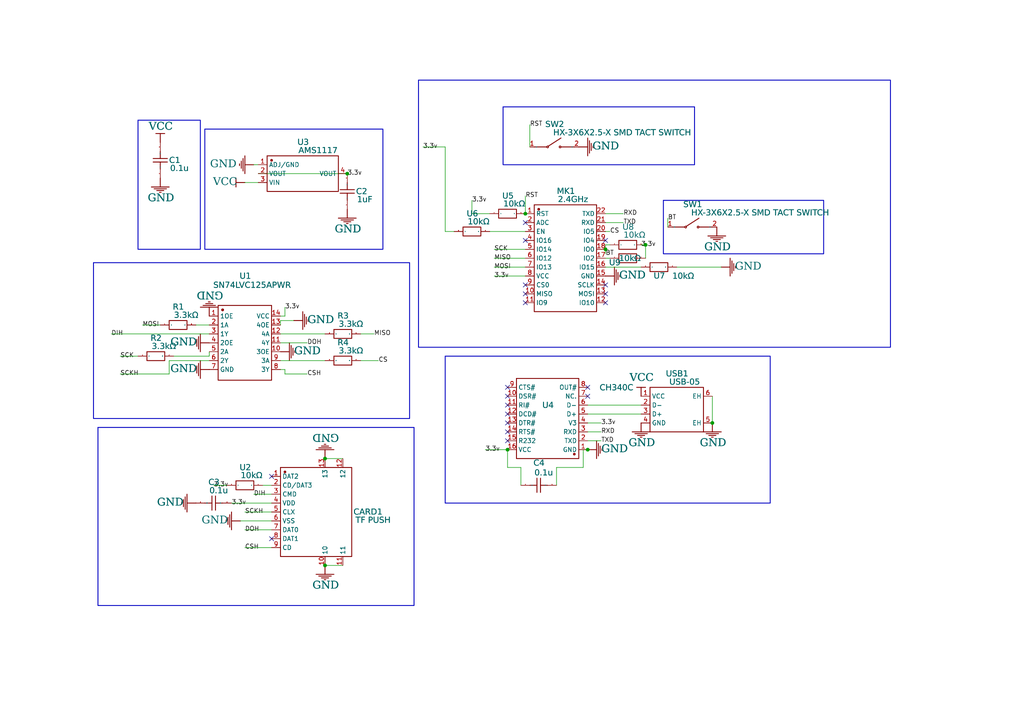
<source format=kicad_sch>
(kicad_sch (version 20250114) (generator "eeschema") (generator_version "9.0")
  (paper "User" 292.1 205.105)
  (title_block (title "USB STICK SERVER") (date "1/10/2025"))
  (lib_symbols
    (symbol "0603 ±5% 10K"
      (property "Reference" "U2" (at -1.4986 5.9309 0))
      (property "Value" "10kΩ" (at -1.4986 3.7211 0))
      (symbol "0603 ±5% 10K_0_0"
        (rectangle (start -2.54 1.27) (end 2.54 -1.27) (stroke (width 0.254)))
        (pin unspecified line (at -5.08 0 0) (length 2.54) (name "1") (number "1"))
        (pin unspecified line (at 5.08 0 180) (length 2.54) (name "2") (number "2"))
      )
    )
    (symbol "0603 ±5% 10K_1"
      (property "Reference" "U5" (at -1.4986 5.9309 0))
      (property "Value" "10kΩ" (at -1.4986 3.7211 0))
      (symbol "0603 ±5% 10K_1_0_0"
        (rectangle (start -2.54 1.27) (end 2.54 -1.27) (stroke (width 0.254)))
        (pin unspecified line (at -5.08 0 0) (length 2.54) (name "1") (number "1"))
        (pin unspecified line (at 5.08 0 180) (length 2.54) (name "2") (number "2"))
      )
    )
    (symbol "0603 ±5% 10K_2"
      (property "Reference" "U6" (at -1.4986 5.9309 0))
      (property "Value" "10kΩ" (at -1.4986 3.7211 0))
      (symbol "0603 ±5% 10K_2_0_0"
        (rectangle (start -2.54 1.27) (end 2.54 -1.27) (stroke (width 0.254)))
        (pin unspecified line (at -5.08 0 0) (length 2.54) (name "1") (number "1"))
        (pin unspecified line (at 5.08 0 180) (length 2.54) (name "2") (number "2"))
      )
    )
    (symbol "0603 ±5% 10K_3"
      (property "Reference" "U7" (at -1.4986 -1.6383 0))
      (property "Value" "10kΩ" (at 3.5306 -1.6383 0))
      (symbol "0603 ±5% 10K_3_0_0"
        (rectangle (start -2.54 1.27) (end 2.54 -1.27) (stroke (width 0.254)))
        (pin unspecified line (at -5.08 0 0) (length 2.54) (name "1") (number "1"))
        (pin unspecified line (at 5.08 0 180) (length 2.54) (name "2") (number "2"))
      )
    )
    (symbol "0603 ±5% 10K_4"
      (property "Reference" "U8" (at -1.4986 5.9309 0))
      (property "Value" "10kΩ" (at -1.4986 3.7211 0))
      (symbol "0603 ±5% 10K_4_0_0"
        (rectangle (start -2.54 1.27) (end 2.54 -1.27) (stroke (width 0.254)))
        (pin unspecified line (at -5.08 0 0) (length 2.54) (name "1") (number "1"))
        (pin unspecified line (at 5.08 0 180) (length 2.54) (name "2") (number "2"))
      )
    )
    (symbol "0603 ±5% 10K_5"
      (property "Reference" "U9" (at -5.3086 -0.3937 0))
      (property "Value" "10kΩ" (at -2.794 0.8763 0))
      (symbol "0603 ±5% 10K_5_0_0"
        (rectangle (start -2.54 1.27) (end 2.54 -1.27) (stroke (width 0.254)))
        (pin unspecified line (at -5.08 0 0) (length 2.54) (name "1") (number "1"))
        (pin unspecified line (at 5.08 0 180) (length 2.54) (name "2") (number "2"))
      )
    )
    (symbol "0603WAD3301T5E"
      (property "Reference" "R1" (at -1.4986 6.0071 0))
      (property "Value" "3.3kΩ" (at -1.4986 3.7211 0))
      (symbol "0603WAD3301T5E_0_0"
        (rectangle (start -2.54 1.27) (end 2.54 -1.27) (stroke (width 0.254)))
        (pin unspecified line (at -5.08 0 0) (length 2.54) (name "1") (number "1"))
        (pin unspecified line (at 5.08 0 180) (length 2.54) (name "2") (number "2"))
      )
    )
    (symbol "0603WAD3301T5E_1"
      (property "Reference" "R2" (at -1.4986 6.0071 0))
      (property "Value" "3.3kΩ" (at -1.4986 3.7211 0))
      (symbol "0603WAD3301T5E_1_0_0"
        (rectangle (start -2.54 1.27) (end 2.54 -1.27) (stroke (width 0.254)))
        (pin unspecified line (at -5.08 0 0) (length 2.54) (name "1") (number "1"))
        (pin unspecified line (at 5.08 0 180) (length 2.54) (name "2") (number "2"))
      )
    )
    (symbol "0603WAD3301T5E_2"
      (property "Reference" "R3" (at -1.4986 6.0071 0))
      (property "Value" "3.3kΩ" (at -1.4986 3.7211 0))
      (symbol "0603WAD3301T5E_2_0_0"
        (rectangle (start -2.54 1.27) (end 2.54 -1.27) (stroke (width 0.254)))
        (pin unspecified line (at -5.08 0 0) (length 2.54) (name "1") (number "1"))
        (pin unspecified line (at 5.08 0 180) (length 2.54) (name "2") (number "2"))
      )
    )
    (symbol "0603WAD3301T5E_3"
      (property "Reference" "R4" (at -1.4986 6.0071 0))
      (property "Value" "3.3kΩ" (at -1.4986 3.7211 0))
      (symbol "0603WAD3301T5E_3_0_0"
        (rectangle (start -2.54 1.27) (end 2.54 -1.27) (stroke (width 0.254)))
        (pin unspecified line (at -5.08 0 0) (length 2.54) (name "1") (number "1"))
        (pin unspecified line (at 5.08 0 180) (length 2.54) (name "2") (number "2"))
      )
    )
    (symbol "50MU105MC14532"
      (property "Reference" "C2" (at 2.54 0.8509 0))
      (property "Value" "1uF" (at 2.54 -1.3843 0))
      (symbol "50MU105MC14532_0_0"
        (polyline (pts (xy -2.032 0.508) (xy 2.032 0.508)) (stroke (width 0.254)))
        (polyline (pts (xy 0 2.54) (xy 0 0.508)) (stroke (width 0.254)))
        (polyline (pts (xy 0 -0.508) (xy 0 -2.54)) (stroke (width 0.254)))
        (polyline (pts (xy 2.032 -0.508) (xy -2.032 -0.508)) (stroke (width 0.254)))
        (pin unspecified line (at 0 5.08 270) (length 2.54) (name "2") (number "2"))
        (pin unspecified line (at 0 -5.08 90) (length 2.54) (name "1") (number "1"))
      )
    )
    (symbol "AMS1117"
      (property "Reference" "U3" (at -1.4986 9.8171 0))
      (property "Value" "AMS1117" (at -1.4986 7.5311 0))
      (symbol "AMS1117_0_0"
        (rectangle (start -10.16 5.08) (end 10.16 -5.08) (stroke (width 0.254)))
        (circle (center -8.89 3.81) (radius 0.254) (stroke (width 0.254)) (fill (type outline)))
        (pin unspecified line (at -12.7 2.54 0) (length 2.54) (name "ADJ/GND") (number "1"))
        (pin unspecified line (at -12.7 0 0) (length 2.54) (name "VOUT") (number "2"))
        (pin unspecified line (at -12.7 -2.54 0) (length 2.54) (name "VIN") (number "3"))
        (pin unspecified line (at 12.7 0 180) (length 2.54) (name "VOUT") (number "4"))
      )
    )
    (symbol "CH340C"
      (property "Reference" "U4" (at -1.4986 4.6355 0))
      (property "Value" "CH340C" (at 14.5034 9.7155 0))
      (symbol "CH340C_0_0"
        (rectangle (start -8.89 11.43) (end 8.89 -11.43) (stroke (width 0.254)))
        (circle (center 7.62 -10.16) (radius 0.254) (stroke (width 0.254)) (fill (type outline)))
        (pin unspecified line (at -11.43 8.89 0) (length 2.54) (name "CTS#") (number "9"))
        (pin unspecified line (at -11.43 6.35 0) (length 2.54) (name "DSR#") (number "10"))
        (pin unspecified line (at -11.43 3.81 0) (length 2.54) (name "RI#") (number "11"))
        (pin unspecified line (at -11.43 1.27 0) (length 2.54) (name "DCD#") (number "12"))
        (pin unspecified line (at -11.43 -1.27 0) (length 2.54) (name "DTR#") (number "13"))
        (pin unspecified line (at -11.43 -3.81 0) (length 2.54) (name "RTS#") (number "14"))
        (pin unspecified line (at -11.43 -6.35 0) (length 2.54) (name "R232") (number "15"))
        (pin unspecified line (at -11.43 -8.89 0) (length 2.54) (name "VCC") (number "16"))
        (pin unspecified line (at 11.43 8.89 180) (length 2.54) (name "OUT#") (number "8"))
        (pin unspecified line (at 11.43 6.35 180) (length 2.54) (name "NC.") (number "7"))
        (pin unspecified line (at 11.43 3.81 180) (length 2.54) (name "D-") (number "6"))
        (pin unspecified line (at 11.43 1.27 180) (length 2.54) (name "D+") (number "5"))
        (pin unspecified line (at 11.43 -1.27 180) (length 2.54) (name "V3") (number "4"))
        (pin unspecified line (at 11.43 -3.81 180) (length 2.54) (name "RXD") (number "3"))
        (pin unspecified line (at 11.43 -6.35 180) (length 2.54) (name "TXD") (number "2"))
        (pin unspecified line (at 11.43 -8.89 180) (length 2.54) (name "GND") (number "1"))
      )
    )
    (symbol "C_0603_US"
      (property "Reference" "C1" (at 2.54 0.8509 0))
      (property "Value" "0.1u" (at 2.54 -1.3843 0))
      (symbol "C_0603_US_0_0"
        (polyline (pts (xy -2.032 0.508) (xy 2.032 0.508)) (stroke (width 0.254)))
        (polyline (pts (xy 0 2.54) (xy 0 0.508)) (stroke (width 0.254)))
        (polyline (pts (xy 0 -0.508) (xy 0 -2.54)) (stroke (width 0.254)))
        (polyline (pts (xy 2.032 -0.508) (xy -2.032 -0.508)) (stroke (width 0.254)))
        (pin unspecified line (at 0 5.08 270) (length 2.54) (name "2") (number "2"))
        (pin unspecified line (at 0 -5.08 90) (length 2.54) (name "1") (number "1"))
      )
    )
    (symbol "C_0603_US_1"
      (property "Reference" "C3" (at -1.4986 6.7945 0))
      (property "Value" "0.1u" (at -1.4986 4.4831 0))
      (symbol "C_0603_US_1_0_0"
        (polyline (pts (xy -2.54 0) (xy -0.508 0)) (stroke (width 0.254)))
        (polyline (pts (xy -0.508 -2.032) (xy -0.508 2.032)) (stroke (width 0.254)))
        (polyline (pts (xy 0.508 2.032) (xy 0.508 -2.032)) (stroke (width 0.254)))
        (polyline (pts (xy 0.508 0) (xy 2.54 0)) (stroke (width 0.254)))
        (pin unspecified line (at -5.08 0 0) (length 2.54) (name "2") (number "2"))
        (pin unspecified line (at 5.08 0 180) (length 2.54) (name "1") (number "1"))
      )
    )
    (symbol "C_0603_US_2"
      (property "Reference" "C4" (at -1.4986 7.2263 0))
      (property "Value" "0.1u" (at -1.4986 4.4831 0))
      (symbol "C_0603_US_2_0_0"
        (polyline (pts (xy -0.508 0) (xy -2.54 0)) (stroke (width 0.254)))
        (polyline (pts (xy -0.508 -2.032) (xy -0.508 2.032)) (stroke (width 0.254)))
        (polyline (pts (xy 0.508 2.032) (xy 0.508 -2.032)) (stroke (width 0.254)))
        (polyline (pts (xy 2.54 0) (xy 0.508 0)) (stroke (width 0.254)))
        (pin unspecified line (at -5.08 0 0) (length 2.54) (name "1") (number "1"))
        (pin unspecified line (at 5.08 0 180) (length 2.54) (name "2") (number "2"))
      )
    )
    (symbol "ESP-12E"
      (property "Reference" "MK1" (at -2.413 19.9771 0))
      (property "Value" "2.4GHz" (at -2.413 17.6911 0))
      (symbol "ESP-12E_0_0"
        (rectangle (start -8.89 15.24) (end 8.89 -15.24) (stroke (width 0.254)))
        (circle (center -7.62 13.97) (radius 0.254) (stroke (width 0.254)) (fill (type outline)))
        (pin unspecified line (at -11.43 12.7 0) (length 2.54) (name "RST") (number "1"))
        (pin unspecified line (at -11.43 10.16 0) (length 2.54) (name "ADC") (number "2"))
        (pin unspecified line (at -11.43 7.62 0) (length 2.54) (name "EN") (number "3"))
        (pin unspecified line (at -11.43 5.08 0) (length 2.54) (name "IO16") (number "4"))
        (pin unspecified line (at -11.43 2.54 0) (length 2.54) (name "IO14") (number "5"))
        (pin unspecified line (at -11.43 0 0) (length 2.54) (name "IO12") (number "6"))
        (pin unspecified line (at -11.43 -2.54 0) (length 2.54) (name "IO13") (number "7"))
        (pin unspecified line (at -11.43 -5.08 0) (length 2.54) (name "VCC") (number "8"))
        (pin unspecified line (at -11.43 -7.62 0) (length 2.54) (name "CS0") (number "9"))
        (pin unspecified line (at -11.43 -10.16 0) (length 2.54) (name "MISO") (number "10"))
        (pin unspecified line (at -11.43 -12.7 0) (length 2.54) (name "IO9") (number "11"))
        (pin unspecified line (at 11.43 12.7 180) (length 2.54) (name "TXD") (number "22"))
        (pin unspecified line (at 11.43 10.16 180) (length 2.54) (name "RXD") (number "21"))
        (pin unspecified line (at 11.43 7.62 180) (length 2.54) (name "IO5") (number "20"))
        (pin unspecified line (at 11.43 5.08 180) (length 2.54) (name "IO4") (number "19"))
        (pin unspecified line (at 11.43 2.54 180) (length 2.54) (name "IO0") (number "18"))
        (pin unspecified line (at 11.43 0 180) (length 2.54) (name "IO2") (number "17"))
        (pin unspecified line (at 11.43 -2.54 180) (length 2.54) (name "IO15") (number "16"))
        (pin unspecified line (at 11.43 -5.08 180) (length 2.54) (name "GND") (number "15"))
        (pin unspecified line (at 11.43 -7.62 180) (length 2.54) (name "SCLK") (number "14"))
        (pin unspecified line (at 11.43 -10.16 180) (length 2.54) (name "MOSI") (number "13"))
        (pin unspecified line (at 11.43 -12.7 180) (length 2.54) (name "IO10") (number "12"))
      )
    )
    (symbol "GND" (power) (pin_numbers (hide yes)) (pin_names (hide yes))
      (property "Value" "GND" (at 0 -6.35 0))
      (symbol "GND_0_0"
        (polyline (pts (xy -2.54 -2.54) (xy 2.54 -2.54)) (stroke (width 0.254)))
        (polyline (pts (xy -1.778 -3.048) (xy 1.778 -3.048)) (stroke (width 0.254)))
        (polyline (pts (xy -1.016 -3.556) (xy 1.016 -3.556)) (stroke (width 0.254)))
        (polyline (pts (xy -0.254 -4.064) (xy 0.254 -4.064)) (stroke (width 0.254)))
        (polyline (pts (xy 0 0) (xy 0 -2.54)) (stroke (width 0.254)))
        (pin power_in line (at 0 0 270) (length 0) (name "GND") (number "1"))
      )
    )
    (symbol "HX-3X6X2.5-X SMD TACT SWITCH"
      (property "Reference" "SW1" (at -1.9304 7.3025 0))
      (property "Value" "HX-3X6X2.5-X SMD TACT SWITCH" (at -1.9304 4.9911 0))
      (symbol "HX-3X6X2.5-X SMD TACT SWITCH_0_0"
        (polyline (pts (xy -1.524 0) (xy -5.08 0)) (stroke (width 0.254)))
        (circle (center -1.27 0) (radius 0.254) (stroke (width 0.254)))
        (polyline (pts (xy -1.016 0.254) (xy 2.54 2.54)) (stroke (width 0.254)))
        (circle (center 2.286 0) (radius 0.254) (stroke (width 0.254)))
        (polyline (pts (xy 2.54 0) (xy 6.35 0)) (stroke (width 0.254)))
        (pin unspecified line (at -6.35 0 0) (length 1.27) (name "1") (number "1"))
        (pin unspecified line (at 7.62 0 180) (length 1.27) (name "2") (number "2"))
      )
    )
    (symbol "HX-3X6X2.5-X SMD TACT SWITCH_1"
      (property "Reference" "SW2" (at -1.9304 7.3025 0))
      (property "Value" "HX-3X6X2.5-X SMD TACT SWITCH" (at -1.9304 4.9911 0))
      (symbol "HX-3X6X2.5-X SMD TACT SWITCH_1_0_0"
        (polyline (pts (xy -1.524 0) (xy -5.08 0)) (stroke (width 0.254)))
        (circle (center -1.27 0) (radius 0.254) (stroke (width 0.254)))
        (polyline (pts (xy -1.016 0.254) (xy 2.54 2.54)) (stroke (width 0.254)))
        (circle (center 2.286 0) (radius 0.254) (stroke (width 0.254)))
        (polyline (pts (xy 2.54 0) (xy 6.35 0)) (stroke (width 0.254)))
        (pin unspecified line (at -6.35 0 0) (length 1.27) (name "1") (number "1"))
        (pin unspecified line (at 7.62 0 180) (length 1.27) (name "2") (number "2"))
      )
    )
    (symbol "SN74LVC125APWR"
      (property "Reference" "U1" (at -1.4986 19.9009 0))
      (property "Value" "SN74LVC125APWR" (at -9.4234 17.3609 0))
      (symbol "SN74LVC125APWR_0_0"
        (rectangle (start -7.62 10.668) (end 7.62 -10.668) (stroke (width 0.254)))
        (circle (center -6.35 9.398) (radius 0.254) (stroke (width 0.254)) (fill (type outline)))
        (circle (center -6.35 9.398) (radius 0.254) (stroke (width 0.254)) (fill (type outline)))
        (pin unspecified line (at -10.16 7.62 0) (length 2.54) (name "1OE") (number "1"))
        (pin unspecified line (at -10.16 5.08 0) (length 2.54) (name "1A") (number "2"))
        (pin unspecified line (at -10.16 2.54 0) (length 2.54) (name "1Y") (number "3"))
        (pin unspecified line (at -10.16 0 0) (length 2.54) (name "2OE") (number "4"))
        (pin unspecified line (at -10.16 -2.54 0) (length 2.54) (name "2A") (number "5"))
        (pin unspecified line (at -10.16 -5.08 0) (length 2.54) (name "2Y") (number "6"))
        (pin unspecified line (at -10.16 -7.62 0) (length 2.54) (name "GND") (number "7"))
        (pin unspecified line (at 10.16 7.62 180) (length 2.54) (name "VCC") (number "14"))
        (pin unspecified line (at 10.16 5.08 180) (length 2.54) (name "4OE") (number "13"))
        (pin unspecified line (at 10.16 2.54 180) (length 2.54) (name "4A") (number "12"))
        (pin unspecified line (at 10.16 0 180) (length 2.54) (name "4Y") (number "11"))
        (pin unspecified line (at 10.16 -2.54 180) (length 2.54) (name "3OE") (number "10"))
        (pin unspecified line (at 10.16 -5.08 180) (length 2.54) (name "3A") (number "9"))
        (pin unspecified line (at 10.16 -7.62 180) (length 2.54) (name "3Y") (number "8"))
      )
    )
    (symbol "TF PUSH"
      (property "Reference" "CARD1" (at 13.208 0.8763 0))
      (property "Value" "TF PUSH" (at 13.208 -1.4097 0))
      (symbol "TF PUSH_0_0"
        (rectangle (start -7.62 12.7) (end 12.7 -12.7) (stroke (width 0.254)))
        (circle (center -6.35 11.43) (radius 0.254) (stroke (width 0.254)) (fill (type outline)))
        (pin unspecified line (at -10.16 10.16 0) (length 2.54) (name "DAT2") (number "1"))
        (pin unspecified line (at -10.16 7.62 0) (length 2.54) (name "CD/DAT3") (number "2"))
        (pin unspecified line (at -10.16 5.08 0) (length 2.54) (name "CMD") (number "3"))
        (pin unspecified line (at -10.16 2.54 0) (length 2.54) (name "VDD") (number "4"))
        (pin unspecified line (at -10.16 0 0) (length 2.54) (name "CLX") (number "5"))
        (pin unspecified line (at -10.16 -2.54 0) (length 2.54) (name "VSS") (number "6"))
        (pin unspecified line (at -10.16 -5.08 0) (length 2.54) (name "DAT0") (number "7"))
        (pin unspecified line (at -10.16 -7.62 0) (length 2.54) (name "DAT1") (number "8"))
        (pin unspecified line (at -10.16 -10.16 0) (length 2.54) (name "CD") (number "9"))
        (pin unspecified line (at 5.08 15.24 270) (length 2.54) (name "13") (number "13"))
        (pin unspecified line (at 5.08 -15.24 90) (length 2.54) (name "10") (number "10"))
        (pin unspecified line (at 10.16 15.24 270) (length 2.54) (name "12") (number "12"))
        (pin unspecified line (at 10.16 -15.24 90) (length 2.54) (name "11") (number "11"))
      )
    )
    (symbol "USB-05"
      (property "Reference" "USB1" (at -3.0734 11.0871 0))
      (property "Value" "USB-05" (at -3.0734 8.8011 0))
      (symbol "USB-05_0_0"
        (rectangle (start -7.62 6.35) (end 7.62 -6.35) (stroke (width 0.254)))
        (pin input line (at -10.16 3.81 0) (length 2.54) (name "VCC") (number "1"))
        (pin input line (at -10.16 1.27 0) (length 2.54) (name "D-") (number "2"))
        (pin input line (at -10.16 -1.27 0) (length 2.54) (name "D+") (number "3"))
        (pin input line (at -10.16 -3.81 0) (length 2.54) (name "GND") (number "4"))
        (pin unspecified line (at 10.16 3.81 180) (length 2.54) (name "EH") (number "6"))
        (pin unspecified line (at 10.16 -3.81 180) (length 2.54) (name "EH") (number "5"))
      )
    )
    (symbol "VCC" (power) (pin_numbers (hide yes)) (pin_names (hide yes))
      (property "Value" "VCC" (at 0 -3.81 0))
      (symbol "VCC_0_0"
        (polyline (pts (xy -1.27 -2.54) (xy 1.27 -2.54)) (stroke (width 0.254)))
        (polyline (pts (xy 0 0) (xy 0 -2.54)) (stroke (width 0.254)))
        (pin power_in line (at 0 0 270) (length 0) (name "VCC") (number "1"))
      )
    )
  )
  (rectangle (start 26.67 74.93) (end 116.84 119.38) (stroke (width 0.254)))
  (rectangle (start 119.38 22.86) (end 254 99.06) (stroke (width 0.254)))
  (rectangle (start 58.42 36.83) (end 109.22 71.12) (stroke (width 0.254)))
  (rectangle (start 39.37 34.29) (end 57.15 71.12) (stroke (width 0.254)))
  (rectangle (start 27.94 121.92) (end 118.11 172.72) (stroke (width 0.254)))
  (rectangle (start 127 101.6) (end 219.71 143.51) (stroke (width 0.254)))
  (rectangle (start 189.23 57.15) (end 234.95 72.39) (stroke (width 0.254)))
  (rectangle (start 143.51 30.48) (end 198.12 46.99) (stroke (width 0.254)))
  (junction (at 92.71 161.29))
  (junction (at 184.15 69.85))
  (junction (at 99.06 49.53))
  (junction (at 92.71 130.81))
  (junction (at 167.64 128.27))
  (junction (at 144.78 128.27))
  (junction (at 203.2 120.65))
  (junction (at 149.86 60.96))
  (junction (at 172.72 71.12))
  (no_connect (at 167.64 113.03))
  (no_connect (at 77.47 135.89))
  (no_connect (at 144.78 125.73))
  (no_connect (at 149.86 81.28))
  (no_connect (at 172.72 68.58))
  (no_connect (at 144.78 110.49))
  (no_connect (at 149.86 68.58))
  (no_connect (at 167.64 110.49))
  (no_connect (at 172.72 86.36))
  (no_connect (at 144.78 118.11))
  (no_connect (at 172.72 83.82))
  (no_connect (at 77.47 153.67))
  (no_connect (at 172.72 81.28))
  (no_connect (at 149.86 63.5))
  (no_connect (at 144.78 120.65))
  (no_connect (at 144.78 115.57))
  (no_connect (at 144.78 113.03))
  (no_connect (at 144.78 123.19))
  (no_connect (at 149.86 86.36))
  (no_connect (at 149.86 83.82))
  (wire (pts (xy 34.29 101.6) (xy 39.37 101.6)))
  (wire (pts (xy 87.63 106.68) (xy 81.28 106.68)))
  (wire (pts (xy 106.68 95.25) (xy 102.87 95.25)))
  (wire (pts (xy 173.99 66.04) (xy 172.72 66.04)))
  (wire (pts (xy 177.8 60.96) (xy 172.72 60.96)))
  (wire (pts (xy 73.66 46.99) (xy 72.39 46.99)))
  (wire (pts (xy 172.72 72.39) (xy 172.72 71.12)))
  (wire (pts (xy 127 41.91) (xy 120.65 41.91)))
  (wire (pts (xy 83.82 91.44) (xy 80.01 91.44)))
  (wire (pts (xy 184.15 69.85) (xy 184.15 73.66)))
  (wire (pts (xy 144.78 133.35) (xy 144.78 128.27)))
  (wire (pts (xy 134.62 57.15) (xy 134.62 60.96)))
  (wire (pts (xy 68.58 148.59) (xy 77.47 148.59)))
  (wire (pts (xy 203.2 113.03) (xy 203.2 120.65)))
  (wire (pts (xy 48.26 106.68) (xy 48.26 102.87)))
  (wire (pts (xy 74.93 138.43) (xy 77.47 138.43)))
  (wire (pts (xy 166.37 128.27) (xy 167.64 128.27)))
  (wire (pts (xy 190.5 62.23) (xy 190.5 64.77)))
  (wire (pts (xy 80.01 91.44) (xy 80.01 92.71)))
  (wire (pts (xy 92.71 95.25) (xy 80.01 95.25)))
  (wire (pts (xy 127 66.04) (xy 129.54 66.04)))
  (wire (pts (xy 184.15 69.85) (xy 182.88 69.85)))
  (wire (pts (xy 81.28 105.41) (xy 80.01 105.41)))
  (wire (pts (xy 48.26 102.87) (xy 59.69 102.87)))
  (wire (pts (xy 81.28 87.63) (xy 81.28 90.17)))
  (wire (pts (xy 55.88 92.71) (xy 59.69 92.71)))
  (wire (pts (xy 69.85 156.21) (xy 77.47 156.21)))
  (wire (pts (xy 148.59 138.43) (xy 148.59 133.35)))
  (wire (pts (xy 144.78 128.27) (xy 138.43 128.27)))
  (wire (pts (xy 92.71 130.81) (xy 97.79 130.81)))
  (wire (pts (xy 171.45 123.19) (xy 167.64 123.19)))
  (wire (pts (xy 177.8 63.5) (xy 172.72 63.5)))
  (wire (pts (xy 205.74 76.2) (xy 193.04 76.2)))
  (wire (pts (xy 167.64 115.57) (xy 182.88 115.57)))
  (wire (pts (xy 73.66 49.53) (xy 99.06 49.53)))
  (wire (pts (xy 166.37 133.35) (xy 166.37 128.27)))
  (wire (pts (xy 182.88 76.2) (xy 172.72 76.2)))
  (wire (pts (xy 140.97 71.12) (xy 149.86 71.12)))
  (wire (pts (xy 172.72 71.12) (xy 172.72 69.85)))
  (wire (pts (xy 149.86 55.88) (xy 149.86 60.96)))
  (wire (pts (xy 151.13 35.56) (xy 151.13 41.91)))
  (wire (pts (xy 173.99 73.66) (xy 172.72 73.66)))
  (wire (pts (xy 171.45 120.65) (xy 167.64 120.65)))
  (wire (pts (xy 49.53 101.6) (xy 59.69 101.6)))
  (wire (pts (xy 140.97 76.2) (xy 149.86 76.2)))
  (wire (pts (xy 81.28 106.68) (xy 81.28 105.41)))
  (wire (pts (xy 167.64 118.11) (xy 182.88 118.11)))
  (wire (pts (xy 81.28 90.17) (xy 80.01 90.17)))
  (wire (pts (xy 60.96 138.43) (xy 64.77 138.43)))
  (wire (pts (xy 158.75 138.43) (xy 158.75 133.35)))
  (wire (pts (xy 148.59 133.35) (xy 144.78 133.35)))
  (wire (pts (xy 140.97 78.74) (xy 149.86 78.74)))
  (wire (pts (xy 158.75 133.35) (xy 166.37 133.35)))
  (wire (pts (xy 171.45 125.73) (xy 167.64 125.73)))
  (wire (pts (xy 139.7 66.04) (xy 149.86 66.04)))
  (wire (pts (xy 87.63 97.79) (xy 80.01 97.79)))
  (wire (pts (xy 72.39 140.97) (xy 77.47 140.97)))
  (wire (pts (xy 92.71 102.87) (xy 80.01 102.87)))
  (wire (pts (xy 31.75 95.25) (xy 59.69 95.25)))
  (wire (pts (xy 172.72 69.85) (xy 173.99 69.85)))
  (wire (pts (xy 40.64 92.71) (xy 45.72 92.71)))
  (wire (pts (xy 73.66 52.07) (xy 69.85 52.07)))
  (wire (pts (xy 34.29 106.68) (xy 48.26 106.68)))
  (wire (pts (xy 69.85 151.13) (xy 77.47 151.13)))
  (wire (pts (xy 59.69 101.6) (xy 59.69 100.33)))
  (wire (pts (xy 69.85 146.05) (xy 77.47 146.05)))
  (wire (pts (xy 107.95 102.87) (xy 102.87 102.87)))
  (wire (pts (xy 140.97 73.66) (xy 149.86 73.66)))
  (wire (pts (xy 92.71 161.29) (xy 97.79 161.29)))
  (wire (pts (xy 134.62 60.96) (xy 139.7 60.96)))
  (wire (pts (xy 66.04 143.51) (xy 77.47 143.51)))
  (wire (pts (xy 127 66.04) (xy 127 41.91)))
  (label "CSH" (at 69.85 156.21 0))
  (label "3.3v" (at 81.28 87.63 0))
  (label "SCKH" (at 34.29 106.68 0))
  (label "SCK" (at 34.29 101.6 0))
  (label "CSH" (at 87.63 106.68 0))
  (label "RST" (at 149.86 55.88 0))
  (label "3.3v" (at 171.45 120.65 0))
  (label "MOSI" (at 40.64 92.71 0))
  (label "3.3v" (at 60.96 138.43 0))
  (label "DIH" (at 31.75 95.25 0))
  (label "MISO" (at 106.68 95.25 0))
  (label "MISO" (at 140.97 73.66 0))
  (label "RXD" (at 177.8 60.96 0))
  (label "3.3v" (at 140.97 78.74 0))
  (label "3.3v" (at 138.43 128.27 0))
  (label "3.3v" (at 182.88 69.85 0))
  (label "CS" (at 173.99 66.04 0))
  (label "BT" (at 172.72 72.39 0))
  (label "3.3v" (at 99.06 49.53 0))
  (label "RST" (at 151.13 35.56 0))
  (label "DOH" (at 69.85 151.13 0))
  (label "TXD" (at 177.8 63.5 0))
  (label "BT" (at 190.5 62.23 0))
  (label "3.3v" (at 66.04 143.51 0))
  (label "3.3v" (at 134.62 57.15 0))
  (label "RXD" (at 171.45 123.19 0))
  (label "DIH" (at 72.39 140.97 0))
  (label "SCK" (at 140.97 71.12 0))
  (label "3.3v" (at 120.65 41.91 0))
  (label "SCKH" (at 69.85 146.05 0))
  (label "TXD" (at 171.45 125.73 0))
  (label "CS" (at 107.95 102.87 0))
  (label "DOH" (at 87.63 97.79 0))
  (label "MOSI" (at 140.97 76.2 0))
  (symbol (lib_id "0603 ±5% 10K_4") (at 179.07 69.85 0) (unit 0)
    (property "Reference" "U8" (at 177.5714 63.9191 0) (effects (font (size 1.6891 1.6891)) (justify left top)))
    (property "Value" "10kΩ" (at 177.5714 66.1289 0) (effects (font (size 1.6891 1.6891)) (justify left top)))
    (property "Manufacturer Part" "0603 ±5% 10K" (effects (hide yes)))
    (property "Manufacturer" "VO(翔胜)" (effects (hide yes)))
    (property "Supplier Part" "C2889392" (effects (hide yes)))
    (property "Supplier" "LCSC" (effects (hide yes)))
  )
  (symbol (lib_id "GND") (at 165.1 41.91 90) (unit 0)
    (property "Reference" "#PWR?" (effects (hide yes)))
    (property "Value" "GND" (at 169.291 42.9514 -90) (effects (font (size 2.1717 2.1717)) (justify left bottom)))
    (property "Description" "Power symbol creates a global label with name 'GND'" (effects (hide yes)))
  )
  (symbol (lib_id "GND") (at 59.69 97.79 270) (unit 0)
    (property "Reference" "#PWR?" (effects (hide yes)))
    (property "Value" "GND" (at 48.895 98.8314 -270) (effects (font (size 2.1717 2.1717)) (justify left bottom)))
    (property "Description" "Power symbol creates a global label with name 'GND'" (effects (hide yes)))
  )
  (symbol (lib_id "USB-05") (at 193.04 116.84 0) (unit 0)
    (property "Reference" "USB1" (at 189.9666 105.7529 0) (effects (font (size 1.6891 1.6891)) (justify left top)))
    (property "Value" "USB-05" (at 189.9666 108.0389 0) (effects (font (size 1.6891 1.6891)) (justify left top)))
    (property "Manufacturer Part" "USB-05" (effects (hide yes)))
    (property "Manufacturer" "SOFNG(硕方)" (effects (hide yes)))
    (property "Supplier Part" "C112454" (effects (hide yes)))
    (property "Supplier" "LCSC" (effects (hide yes)))
  )
  (symbol (lib_id "GND") (at 59.69 90.17 180) (unit 0)
    (property "Reference" "#PWR?" (effects (hide yes)))
    (property "Value" "GND" (at 56.388 85.344 -180) (effects (font (size 2.1717 2.1717)) (justify left bottom)))
    (property "Description" "Power symbol creates a global label with name 'GND'" (effects (hide yes)))
  )
  (symbol (lib_id "50MU105MC14532") (at 99.06 54.61 0) (unit 0)
    (property "Reference" "C2" (at 101.6 53.7591 0) (effects (font (size 1.6891 1.6891)) (justify left top)))
    (property "Value" "1uF" (at 101.6 55.9943 0) (effects (font (size 1.6891 1.6891)) (justify left top)))
    (property "Manufacturer Part" "50MU105MC14532" (effects (hide yes)))
    (property "Manufacturer" "Rubycon(红宝石)" (effects (hide yes)))
    (property "Supplier Part" "C3776011" (effects (hide yes)))
    (property "Supplier" "LCSC" (effects (hide yes)))
  )
  (symbol (lib_id "GND") (at 80.01 100.33 90) (unit 0)
    (property "Reference" "#PWR?" (effects (hide yes)))
    (property "Value" "GND" (at 84.201 101.3714 -90) (effects (font (size 2.1717 2.1717)) (justify left bottom)))
    (property "Description" "Power symbol creates a global label with name 'GND'" (effects (hide yes)))
  )
  (symbol (lib_id "VCC") (at 45.72 40.64 0) (mirror x) (unit 0)
    (property "Reference" "#PWR?" (effects (hide yes)))
    (property "Value" "VCC" (at 42.5704 37.338 0) (effects (font (size 2.1717 2.1717)) (justify left top)))
    (property "Description" "Power symbol creates a global label with name 'VCC'" (effects (hide yes)))
  )
  (symbol (lib_id "0603WAD3301T5E_2") (at 97.79 95.25 0) (unit 0)
    (property "Reference" "R3" (at 96.2914 89.2429 0) (effects (font (size 1.6891 1.6891)) (justify left top)))
    (property "Value" "3.3kΩ" (at 96.2914 91.5289 0) (effects (font (size 1.6891 1.6891)) (justify left top)))
    (property "Manufacturer Part" "0603WAD3301T5E" (effects (hide yes)))
    (property "Manufacturer" "UNI-ROYAL(厚声)" (effects (hide yes)))
    (property "Supplier Part" "C407594" (effects (hide yes)))
    (property "Supplier" "LCSC" (effects (hide yes)))
  )
  (symbol (lib_id "0603 ±5% 10K_2") (at 134.62 66.04 0) (unit 0)
    (property "Reference" "U6" (at 133.1214 60.1091 0) (effects (font (size 1.6891 1.6891)) (justify left top)))
    (property "Value" "10kΩ" (at 133.1214 62.3189 0) (effects (font (size 1.6891 1.6891)) (justify left top)))
    (property "Manufacturer Part" "0603 ±5% 10K" (effects (hide yes)))
    (property "Manufacturer" "VO(翔胜)" (effects (hide yes)))
    (property "Supplier Part" "C2889392" (effects (hide yes)))
    (property "Supplier" "LCSC" (effects (hide yes)))
  )
  (symbol (lib_id "C_0603_US") (at 45.72 45.72 0) (unit 0)
    (property "Reference" "C1" (at 48.26 44.8691 0) (effects (font (size 1.6891 1.6891)) (justify left top)))
    (property "Value" "0.1u" (at 48.26 47.1043 0) (effects (font (size 1.6891 1.6891)) (justify left top)))
  )
  (symbol (lib_id "0603 ±5% 10K_3") (at 187.96 76.2 0) (unit 0)
    (property "Reference" "U7" (at 186.4614 77.8383 0) (effects (font (size 1.6891 1.6891)) (justify left top)))
    (property "Value" "10kΩ" (at 191.4906 77.8383 0) (effects (font (size 1.6891 1.6891)) (justify left top)))
    (property "Manufacturer Part" "0603 ±5% 10K" (effects (hide yes)))
    (property "Manufacturer" "VO(翔胜)" (effects (hide yes)))
    (property "Supplier Part" "C2889392" (effects (hide yes)))
    (property "Supplier" "LCSC" (effects (hide yes)))
  )
  (symbol (lib_id "0603WAD3301T5E_1") (at 44.45 101.6 0) (unit 0)
    (property "Reference" "R2" (at 42.9514 95.5929 0) (effects (font (size 1.6891 1.6891)) (justify left top)))
    (property "Value" "3.3kΩ" (at 42.9514 97.8789 0) (effects (font (size 1.6891 1.6891)) (justify left top)))
    (property "Manufacturer Part" "0603WAD3301T5E" (effects (hide yes)))
    (property "Manufacturer" "UNI-ROYAL(厚声)" (effects (hide yes)))
    (property "Supplier Part" "C407594" (effects (hide yes)))
    (property "Supplier" "LCSC" (effects (hide yes)))
  )
  (symbol (lib_id "GND") (at 203.2 120.65 0) (unit 0)
    (property "Reference" "#PWR?" (effects (hide yes)))
    (property "Value" "GND" (at 199.898 127.5842 0) (effects (font (size 2.1717 2.1717)) (justify left bottom)))
    (property "Description" "Power symbol creates a global label with name 'GND'" (effects (hide yes)))
  )
  (symbol (lib_id "GND") (at 92.71 130.81 180) (unit 0)
    (property "Reference" "#PWR?" (effects (hide yes)))
    (property "Value" "GND" (at 89.408 125.9586 -180) (effects (font (size 2.1717 2.1717)) (justify left bottom)))
    (property "Description" "Power symbol creates a global label with name 'GND'" (effects (hide yes)))
  )
  (symbol (lib_id "GND") (at 59.69 105.41 270) (unit 0)
    (property "Reference" "#PWR?" (effects (hide yes)))
    (property "Value" "GND" (at 48.895 106.4514 -270) (effects (font (size 2.1717 2.1717)) (justify left bottom)))
    (property "Description" "Power symbol creates a global label with name 'GND'" (effects (hide yes)))
  )
  (symbol (lib_id "GND") (at 83.82 91.44 90) (unit 0)
    (property "Reference" "#PWR?" (effects (hide yes)))
    (property "Value" "GND" (at 88.011 92.4814 -90) (effects (font (size 2.1717 2.1717)) (justify left bottom)))
    (property "Description" "Power symbol creates a global label with name 'GND'" (effects (hide yes)))
  )
  (symbol (lib_id "GND") (at 99.06 59.69 0) (unit 0)
    (property "Reference" "#PWR?" (effects (hide yes)))
    (property "Value" "GND" (at 95.758 66.6242 0) (effects (font (size 2.1717 2.1717)) (justify left bottom)))
    (property "Description" "Power symbol creates a global label with name 'GND'" (effects (hide yes)))
  )
  (symbol (lib_id "HX-3X6X2.5-X SMD TACT SWITCH") (at 196.85 64.77 0) (unit 0)
    (property "Reference" "SW1" (at 194.9196 57.4675 0) (effects (font (size 1.6891 1.6891)) (justify left top)))
    (property "Value" "HX-3X6X2.5-X SMD TACT SWITCH" (at 194.9196 59.7789 0) (effects (font (size 1.6891 1.6891)) (justify left top)))
    (property "Manufacturer Part" "HX-3x6x2.5-X SMD tact Switch" (effects (hide yes)))
    (property "Manufacturer" "hanxia(韩下)" (effects (hide yes)))
    (property "Supplier Part" "C49234125" (effects (hide yes)))
    (property "Supplier" "LCSC" (effects (hide yes)))
  )
  (symbol (lib_id "GND") (at 72.39 46.99 270) (unit 0)
    (property "Reference" "#PWR?" (effects (hide yes)))
    (property "Value" "GND" (at 60.198 48.0314 -270) (effects (font (size 2.1717 2.1717)) (justify left bottom)))
    (property "Description" "Power symbol creates a global label with name 'GND'" (effects (hide yes)))
  )
  (symbol (lib_id "0603 ±5% 10K") (at 69.85 138.43 0) (unit 0)
    (property "Reference" "U2" (at 68.3514 132.4991 0) (effects (font (size 1.6891 1.6891)) (justify left top)))
    (property "Value" "10kΩ" (at 68.3514 134.7089 0) (effects (font (size 1.6891 1.6891)) (justify left top)))
    (property "Manufacturer Part" "0603 ±5% 10K" (effects (hide yes)))
    (property "Manufacturer" "VO(翔胜)" (effects (hide yes)))
    (property "Supplier Part" "C2889392" (effects (hide yes)))
    (property "Supplier" "LCSC" (effects (hide yes)))
  )
  (symbol (lib_id "C_0603_US_1") (at 60.96 143.51 0) (unit 0)
    (property "Reference" "C3" (at 59.4614 136.7155 0) (effects (font (size 1.6891 1.6891)) (justify left top)))
    (property "Value" "0.1u" (at 59.4614 139.0269 0) (effects (font (size 1.6891 1.6891)) (justify left top)))
  )
  (symbol (lib_id "TF PUSH") (at 87.63 146.05 0) (unit 0)
    (property "Reference" "CARD1" (at 100.838 145.1737 0) (effects (font (size 1.6891 1.6891)) (justify left top)))
    (property "Value" "TF PUSH" (at 100.838 147.4597 0) (effects (font (size 1.6891 1.6891)) (justify left top)))
    (property "Manufacturer Part" "TF PUSH" (effects (hide yes)))
    (property "Manufacturer" "SHOU HAN(首韩)" (effects (hide yes)))
    (property "Supplier Part" "C393941" (effects (hide yes)))
    (property "Supplier" "LCSC" (effects (hide yes)))
  )
  (symbol (lib_id "VCC") (at 182.88 113.03 0) (mirror x) (unit 0)
    (property "Reference" "#PWR?" (effects (hide yes)))
    (property "Value" "VCC" (at 179.7304 108.9914 0) (effects (font (size 2.1717 2.1717)) (justify left top)))
    (property "Description" "Power symbol creates a global label with name 'VCC'" (effects (hide yes)))
  )
  (symbol (lib_id "AMS1117") (at 86.36 49.53 0) (unit 0)
    (property "Reference" "U3" (at 84.8614 39.7129 0) (effects (font (size 1.6891 1.6891)) (justify left top)))
    (property "Value" "AMS1117" (at 84.8614 41.9989 0) (effects (font (size 1.6891 1.6891)) (justify left top)))
    (property "Manufacturer Part" "AMS1117" (effects (hide yes)))
    (property "Manufacturer" "null" (effects (hide yes)))
    (property "Supplier Part" "C9900161173" (effects (hide yes)))
    (property "Supplier" "LCSC" (effects (hide yes)))
  )
  (symbol (lib_id "GND") (at 205.74 76.2 90) (unit 0)
    (property "Reference" "#PWR?" (effects (hide yes)))
    (property "Value" "GND" (at 209.931 77.2414 -90) (effects (font (size 2.1717 2.1717)) (justify left bottom)))
    (property "Description" "Power symbol creates a global label with name 'GND'" (effects (hide yes)))
  )
  (symbol (lib_id "SN74LVC125APWR") (at 69.85 97.79 0) (unit 0)
    (property "Reference" "U1" (at 68.3514 77.8891 0) (effects (font (size 1.6891 1.6891)) (justify left top)))
    (property "Value" "SN74LVC125APWR" (at 60.4266 80.4291 0) (effects (font (size 1.6891 1.6891)) (justify left top)))
    (property "Manufacturer Part" "SN74LVC125APWR" (effects (hide yes)))
    (property "Manufacturer" "TI(德州仪器)" (effects (hide yes)))
    (property "Supplier Part" "C7813" (effects (hide yes)))
    (property "Supplier" "LCSC" (effects (hide yes)))
  )
  (symbol (lib_id "C_0603_US_2") (at 153.67 138.43 0) (unit 0)
    (property "Reference" "C4" (at 152.1714 131.2037 0) (effects (font (size 1.6891 1.6891)) (justify left top)))
    (property "Value" "0.1u" (at 152.1714 133.9469 0) (effects (font (size 1.6891 1.6891)) (justify left top)))
  )
  (symbol (lib_id "0603WAD3301T5E") (at 50.8 92.71 0) (unit 0)
    (property "Reference" "R1" (at 49.3014 86.7029 0) (effects (font (size 1.6891 1.6891)) (justify left top)))
    (property "Value" "3.3kΩ" (at 49.3014 88.9889 0) (effects (font (size 1.6891 1.6891)) (justify left top)))
    (property "Manufacturer Part" "0603WAD3301T5E" (effects (hide yes)))
    (property "Manufacturer" "UNI-ROYAL(厚声)" (effects (hide yes)))
    (property "Supplier Part" "C407594" (effects (hide yes)))
    (property "Supplier" "LCSC" (effects (hide yes)))
  )
  (symbol (lib_id "CH340C") (at 156.21 119.38 0) (unit 0)
    (property "Reference" "U4" (at 154.7114 114.7445 0) (effects (font (size 1.6891 1.6891)) (justify left top)))
    (property "Value" "CH340C" (at 170.7134 109.6645 0) (effects (font (size 1.6891 1.6891)) (justify left top)))
    (property "Manufacturer Part" "CH340C" (effects (hide yes)))
    (property "Manufacturer" "WCH(南京沁恒)" (effects (hide yes)))
    (property "Supplier Part" "C84681" (effects (hide yes)))
    (property "Supplier" "LCSC" (effects (hide yes)))
  )
  (symbol (lib_id "GND") (at 92.71 161.29 0) (unit 0)
    (property "Reference" "#PWR?" (effects (hide yes)))
    (property "Value" "GND" (at 89.408 168.2242 0) (effects (font (size 2.1717 2.1717)) (justify left bottom)))
    (property "Description" "Power symbol creates a global label with name 'GND'" (effects (hide yes)))
  )
  (symbol (lib_id "HX-3X6X2.5-X SMD TACT SWITCH_1") (at 157.48 41.91 0) (unit 0)
    (property "Reference" "SW2" (at 155.5496 34.6075 0) (effects (font (size 1.6891 1.6891)) (justify left top)))
    (property "Value" "HX-3X6X2.5-X SMD TACT SWITCH" (at 155.5496 36.9189 0) (effects (font (size 1.6891 1.6891)) (justify left top)))
    (property "Manufacturer Part" "HX-3x6x2.5-X SMD tact Switch" (effects (hide yes)))
    (property "Manufacturer" "hanxia(韩下)" (effects (hide yes)))
    (property "Supplier Part" "C49234125" (effects (hide yes)))
    (property "Supplier" "LCSC" (effects (hide yes)))
  )
  (symbol (lib_id "0603 ±5% 10K_1") (at 144.78 60.96 0) (unit 0)
    (property "Reference" "U5" (at 143.2814 55.0291 0) (effects (font (size 1.6891 1.6891)) (justify left top)))
    (property "Value" "10kΩ" (at 143.2814 57.2389 0) (effects (font (size 1.6891 1.6891)) (justify left top)))
    (property "Manufacturer Part" "0603 ±5% 10K" (effects (hide yes)))
    (property "Manufacturer" "VO(翔胜)" (effects (hide yes)))
    (property "Supplier Part" "C2889392" (effects (hide yes)))
    (property "Supplier" "LCSC" (effects (hide yes)))
  )
  (symbol (lib_id "0603WAD3301T5E_3") (at 97.79 102.87 0) (unit 0)
    (property "Reference" "R4" (at 96.2914 96.8629 0) (effects (font (size 1.6891 1.6891)) (justify left top)))
    (property "Value" "3.3kΩ" (at 96.2914 99.1489 0) (effects (font (size 1.6891 1.6891)) (justify left top)))
    (property "Manufacturer Part" "0603WAD3301T5E" (effects (hide yes)))
    (property "Manufacturer" "UNI-ROYAL(厚声)" (effects (hide yes)))
    (property "Supplier Part" "C407594" (effects (hide yes)))
    (property "Supplier" "LCSC" (effects (hide yes)))
  )
  (symbol (lib_id "GND") (at 68.58 148.59 270) (unit 0)
    (property "Reference" "#PWR?" (effects (hide yes)))
    (property "Value" "GND" (at 57.785 149.6314 -270) (effects (font (size 2.1717 2.1717)) (justify left bottom)))
    (property "Description" "Power symbol creates a global label with name 'GND'" (effects (hide yes)))
  )
  (symbol (lib_id "GND") (at 172.72 78.74 90) (unit 0)
    (property "Reference" "#PWR?" (effects (hide yes)))
    (property "Value" "GND" (at 176.911 79.7814 -90) (effects (font (size 2.1717 2.1717)) (justify left bottom)))
    (property "Description" "Power symbol creates a global label with name 'GND'" (effects (hide yes)))
  )
  (symbol (lib_id "GND") (at 45.72 50.8 0) (unit 0)
    (property "Reference" "#PWR?" (effects (hide yes)))
    (property "Value" "GND" (at 42.418 57.7342 0) (effects (font (size 2.1717 2.1717)) (justify left bottom)))
    (property "Description" "Power symbol creates a global label with name 'GND'" (effects (hide yes)))
  )
  (symbol (lib_id "GND") (at 55.88 143.51 270) (unit 0)
    (property "Reference" "#PWR?" (effects (hide yes)))
    (property "Value" "GND" (at 45.085 144.5514 -270) (effects (font (size 2.1717 2.1717)) (justify left bottom)))
    (property "Description" "Power symbol creates a global label with name 'GND'" (effects (hide yes)))
  )
  (symbol (lib_id "GND") (at 167.64 128.27 90) (unit 0)
    (property "Reference" "#PWR?" (effects (hide yes)))
    (property "Value" "GND" (at 171.831 129.3114 -90) (effects (font (size 2.1717 2.1717)) (justify left bottom)))
    (property "Description" "Power symbol creates a global label with name 'GND'" (effects (hide yes)))
  )
  (symbol (lib_id "GND") (at 182.88 120.65 0) (unit 0)
    (property "Reference" "#PWR?" (effects (hide yes)))
    (property "Value" "GND" (at 179.578 127.5842 0) (effects (font (size 2.1717 2.1717)) (justify left bottom)))
    (property "Description" "Power symbol creates a global label with name 'GND'" (effects (hide yes)))
  )
  (symbol (lib_id "ESP-12E") (at 161.29 73.66 0) (unit 0)
    (property "Reference" "MK1" (at 158.877 53.6829 0) (effects (font (size 1.6891 1.6891)) (justify left top)))
    (property "Value" "2.4GHz" (at 158.877 55.9689 0) (effects (font (size 1.6891 1.6891)) (justify left top)))
    (property "Manufacturer Part" "ESP-12E" (effects (hide yes)))
    (property "Manufacturer" "Ai-Thinker(安信可)" (effects (hide yes)))
    (property "Supplier Part" "C89297" (effects (hide yes)))
    (property "Supplier" "LCSC" (effects (hide yes)))
  )
  (symbol (lib_id "VCC") (at 69.85 52.07 270) (mirror x) (unit 0)
    (property "Reference" "#PWR?" (effects (hide yes)))
    (property "Value" "VCC" (at 60.9092 53.1114 -90) (effects (font (size 2.1717 2.1717)) (justify right bottom)))
    (property "Description" "Power symbol creates a global label with name 'VCC'" (effects (hide yes)))
  )
  (symbol (lib_id "GND") (at 204.47 64.77 0) (unit 0)
    (property "Reference" "#PWR?" (effects (hide yes)))
    (property "Value" "GND" (at 201.168 71.7042 0) (effects (font (size 2.1717 2.1717)) (justify left bottom)))
    (property "Description" "Power symbol creates a global label with name 'GND'" (effects (hide yes)))
  )
  (symbol (lib_id "0603 ±5% 10K_5") (at 179.07 73.66 0) (unit 0)
    (property "Reference" "U9" (at 173.7614 74.0537 0) (effects (font (size 1.6891 1.6891)) (justify left top)))
    (property "Value" "10kΩ" (at 176.276 72.7837 0) (effects (font (size 1.6891 1.6891)) (justify left top)))
    (property "Manufacturer Part" "0603 ±5% 10K" (effects (hide yes)))
    (property "Manufacturer" "VO(翔胜)" (effects (hide yes)))
    (property "Supplier Part" "C2889392" (effects (hide yes)))
    (property "Supplier" "LCSC" (effects (hide yes)))
  )
)
</source>
